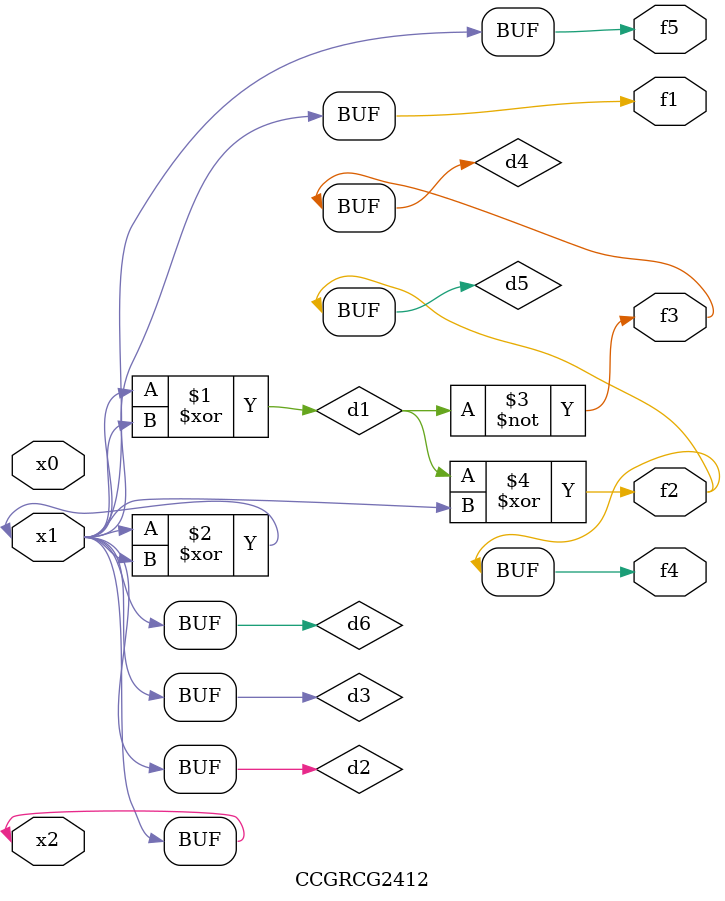
<source format=v>
module CCGRCG2412(
	input x0, x1, x2,
	output f1, f2, f3, f4, f5
);

	wire d1, d2, d3, d4, d5, d6;

	xor (d1, x1, x2);
	buf (d2, x1, x2);
	xor (d3, x1, x2);
	nor (d4, d1);
	xor (d5, d1, d2);
	buf (d6, d2, d3);
	assign f1 = d6;
	assign f2 = d5;
	assign f3 = d4;
	assign f4 = d5;
	assign f5 = d6;
endmodule

</source>
